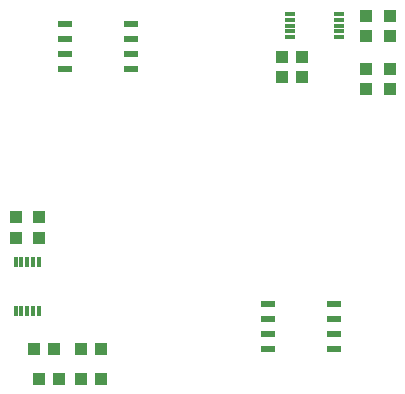
<source format=gbr>
G04 EAGLE Gerber RS-274X export*
G75*
%MOMM*%
%FSLAX34Y34*%
%LPD*%
%INSolderpaste Bottom*%
%IPPOS*%
%AMOC8*
5,1,8,0,0,1.08239X$1,22.5*%
G01*
%ADD10R,1.100000X1.000000*%
%ADD11R,1.000000X1.100000*%
%ADD12R,0.305000X0.889000*%
%ADD13R,0.889000X0.305000*%
%ADD14R,1.200000X0.600000*%


D10*
X72500Y57000D03*
X55500Y57000D03*
D11*
X265400Y304100D03*
X265400Y287100D03*
X282600Y304300D03*
X282600Y287300D03*
X357000Y322500D03*
X357000Y339500D03*
X337000Y339500D03*
X337000Y322500D03*
X357000Y294500D03*
X357000Y277500D03*
X337000Y277500D03*
X337000Y294500D03*
X60000Y151500D03*
X60000Y168500D03*
X40000Y151500D03*
X40000Y168500D03*
D10*
X112500Y32000D03*
X95500Y32000D03*
X95500Y57000D03*
X112500Y57000D03*
X59500Y32000D03*
X76500Y32000D03*
D12*
X50000Y131055D03*
X55000Y131055D03*
X45000Y131055D03*
X60000Y131055D03*
X40000Y131055D03*
X50000Y88945D03*
X55000Y88945D03*
X60000Y88945D03*
X45000Y88945D03*
X40000Y88945D03*
D13*
X271945Y331000D03*
X271945Y336000D03*
X271945Y326000D03*
X271945Y341000D03*
X271945Y321000D03*
X314055Y331000D03*
X314055Y336000D03*
X314055Y341000D03*
X314055Y326000D03*
X314055Y321000D03*
D14*
X138000Y332050D03*
X138000Y319350D03*
X138000Y306650D03*
X138000Y293950D03*
X82000Y293950D03*
X82000Y306650D03*
X82000Y319350D03*
X82000Y332050D03*
X310000Y95050D03*
X310000Y82350D03*
X310000Y69650D03*
X310000Y56950D03*
X254000Y56950D03*
X254000Y69650D03*
X254000Y82350D03*
X254000Y95050D03*
M02*

</source>
